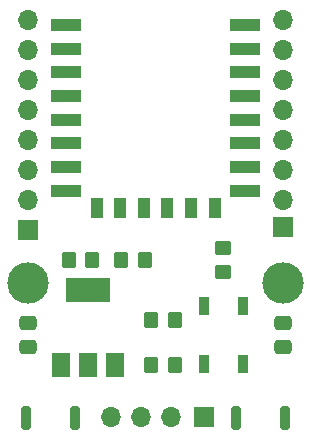
<source format=gbr>
%TF.GenerationSoftware,KiCad,Pcbnew,7.0.7*%
%TF.CreationDate,2023-09-02T13:43:40-04:00*%
%TF.ProjectId,DXBREAKER,44584252-4541-44b4-9552-2e6b69636164,rev?*%
%TF.SameCoordinates,Original*%
%TF.FileFunction,Soldermask,Top*%
%TF.FilePolarity,Negative*%
%FSLAX46Y46*%
G04 Gerber Fmt 4.6, Leading zero omitted, Abs format (unit mm)*
G04 Created by KiCad (PCBNEW 7.0.7) date 2023-09-02 13:43:40*
%MOMM*%
%LPD*%
G01*
G04 APERTURE LIST*
G04 Aperture macros list*
%AMRoundRect*
0 Rectangle with rounded corners*
0 $1 Rounding radius*
0 $2 $3 $4 $5 $6 $7 $8 $9 X,Y pos of 4 corners*
0 Add a 4 corners polygon primitive as box body*
4,1,4,$2,$3,$4,$5,$6,$7,$8,$9,$2,$3,0*
0 Add four circle primitives for the rounded corners*
1,1,$1+$1,$2,$3*
1,1,$1+$1,$4,$5*
1,1,$1+$1,$6,$7*
1,1,$1+$1,$8,$9*
0 Add four rect primitives between the rounded corners*
20,1,$1+$1,$2,$3,$4,$5,0*
20,1,$1+$1,$4,$5,$6,$7,0*
20,1,$1+$1,$6,$7,$8,$9,0*
20,1,$1+$1,$8,$9,$2,$3,0*%
G04 Aperture macros list end*
%ADD10R,1.700000X1.700000*%
%ADD11O,1.700000X1.700000*%
%ADD12C,3.500000*%
%ADD13RoundRect,0.250000X-0.350000X-0.450000X0.350000X-0.450000X0.350000X0.450000X-0.350000X0.450000X0*%
%ADD14RoundRect,0.200000X0.200000X0.800000X-0.200000X0.800000X-0.200000X-0.800000X0.200000X-0.800000X0*%
%ADD15R,0.900000X1.500000*%
%ADD16RoundRect,0.250000X0.475000X-0.337500X0.475000X0.337500X-0.475000X0.337500X-0.475000X-0.337500X0*%
%ADD17RoundRect,0.250000X0.350000X0.450000X-0.350000X0.450000X-0.350000X-0.450000X0.350000X-0.450000X0*%
%ADD18R,2.500000X1.000000*%
%ADD19R,1.000000X1.800000*%
%ADD20RoundRect,0.250000X-0.450000X0.350000X-0.450000X-0.350000X0.450000X-0.350000X0.450000X0.350000X0*%
%ADD21R,1.500000X2.000000*%
%ADD22R,3.800000X2.000000*%
G04 APERTURE END LIST*
D10*
%TO.C,Jr1*%
X131074000Y-125705000D03*
D11*
X125740000Y-125705000D03*
X128280000Y-125705000D03*
X123200000Y-125705000D03*
%TD*%
D12*
%TO.C,DX*%
X137795000Y-114300000D03*
%TD*%
D13*
%TO.C,R1*%
X126635000Y-117475000D03*
X128635000Y-117475000D03*
%TD*%
D14*
%TO.C,SW2*%
X120210000Y-125730000D03*
X116010000Y-125730000D03*
%TD*%
D13*
%TO.C,R3*%
X126635000Y-121285000D03*
X128635000Y-121285000D03*
%TD*%
D15*
%TO.C,D1*%
X131065000Y-121195000D03*
X134365000Y-121195000D03*
X134365000Y-116295000D03*
X131065000Y-116295000D03*
%TD*%
D12*
%TO.C,hole2*%
X116205000Y-114300000D03*
%TD*%
D10*
%TO.C,J1*%
X116205000Y-109855000D03*
D11*
X116205000Y-107315000D03*
X116205000Y-104775000D03*
X116205000Y-102235000D03*
X116205000Y-99695000D03*
X116205000Y-97155000D03*
X116205000Y-94615000D03*
X116205000Y-92075000D03*
%TD*%
D14*
%TO.C,SW1*%
X137990000Y-125730000D03*
X133790000Y-125730000D03*
%TD*%
D16*
%TO.C,C1*%
X116205000Y-119782500D03*
X116205000Y-117707500D03*
%TD*%
D13*
%TO.C,R5*%
X124095000Y-112395000D03*
X126095000Y-112395000D03*
%TD*%
D17*
%TO.C,R4*%
X121650000Y-112395000D03*
X119650000Y-112395000D03*
%TD*%
D18*
%TO.C,U1*%
X119400000Y-92500000D03*
X119400000Y-94500000D03*
X119400000Y-96500000D03*
X119400000Y-98500000D03*
X119400000Y-100500000D03*
X119400000Y-102500000D03*
X119400000Y-104500000D03*
X119400000Y-106500000D03*
D19*
X122000000Y-108000000D03*
X124000000Y-108000000D03*
X126000000Y-108000000D03*
X128000000Y-108000000D03*
X130000000Y-108000000D03*
X132000000Y-108000000D03*
D18*
X134600000Y-106500000D03*
X134600000Y-104500000D03*
X134600000Y-102500000D03*
X134600000Y-100500000D03*
X134600000Y-98500000D03*
X134600000Y-96500000D03*
X134600000Y-94500000D03*
X134600000Y-92500000D03*
%TD*%
D10*
%TO.C,J2*%
X137795000Y-109601000D03*
D11*
X137795000Y-94615000D03*
X137795000Y-97155000D03*
X137795000Y-99695000D03*
X137795000Y-102235000D03*
X137795000Y-104775000D03*
X137795000Y-107315000D03*
X137795000Y-92075000D03*
%TD*%
D20*
%TO.C,R2*%
X132715000Y-111395000D03*
X132715000Y-113395000D03*
%TD*%
D16*
%TO.C,C2*%
X137795000Y-119782500D03*
X137795000Y-117707500D03*
%TD*%
D21*
%TO.C,Ue*%
X118985000Y-121260000D03*
X121285000Y-121260000D03*
D22*
X121285000Y-114960000D03*
D21*
X123585000Y-121260000D03*
%TD*%
M02*

</source>
